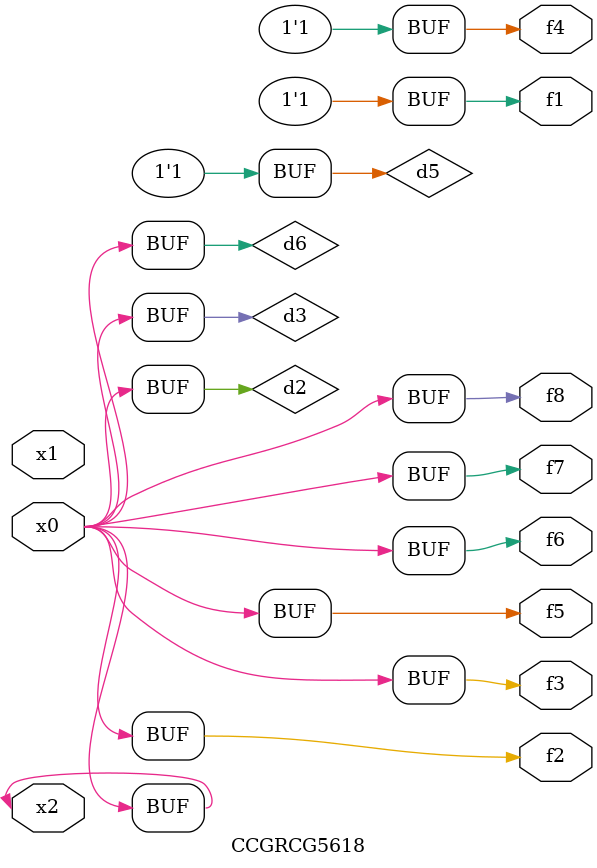
<source format=v>
module CCGRCG5618(
	input x0, x1, x2,
	output f1, f2, f3, f4, f5, f6, f7, f8
);

	wire d1, d2, d3, d4, d5, d6;

	xnor (d1, x2);
	buf (d2, x0, x2);
	and (d3, x0);
	xnor (d4, x1, x2);
	nand (d5, d1, d3);
	buf (d6, d2, d3);
	assign f1 = d5;
	assign f2 = d6;
	assign f3 = d6;
	assign f4 = d5;
	assign f5 = d6;
	assign f6 = d6;
	assign f7 = d6;
	assign f8 = d6;
endmodule

</source>
